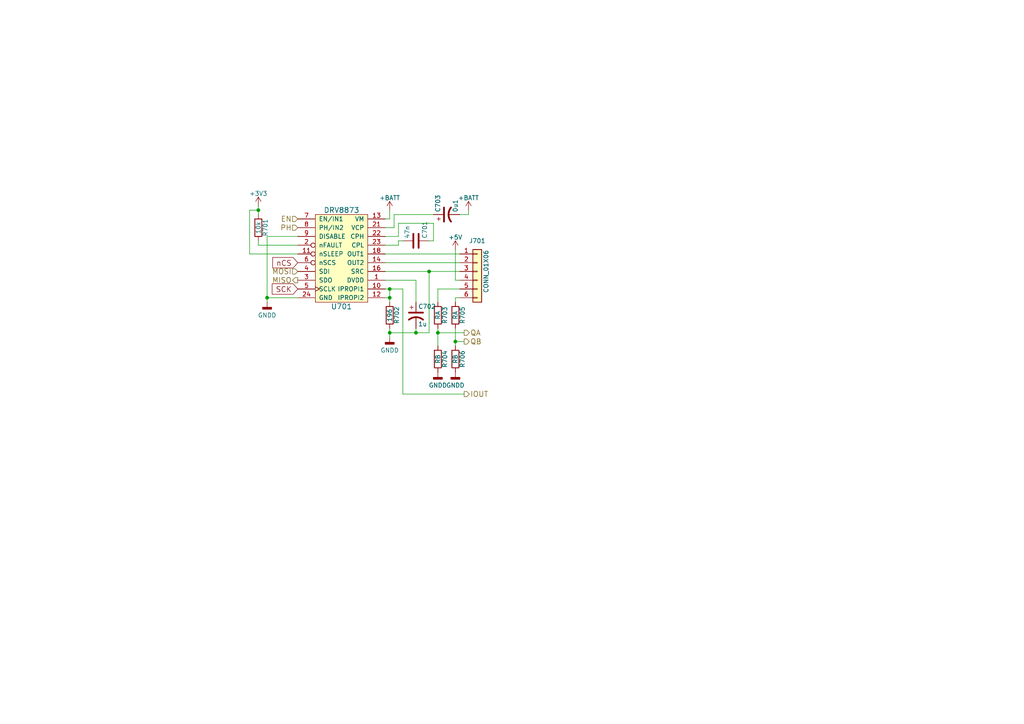
<source format=kicad_sch>
(kicad_sch (version 20211123) (generator eeschema)
  (paper "A4")
  (lib_symbols
    (symbol "Connector_Generic:Conn_01x06" (pin_names (offset 1.016) hide)
      (property "Reference" "J" (at 0 7.62 0))
      (property "Value" "Conn_01x06" (at 0 -10.16 0))
      (symbol "Conn_01x06_1_1"
        (rectangle (start -1.27 -7.493) (end 0 -7.747) (stroke (width 0.1524)))
        (rectangle (start -1.27 -4.953) (end 0 -5.207) (stroke (width 0.1524)))
        (rectangle (start -1.27 -2.413) (end 0 -2.667) (stroke (width 0.1524)))
        (rectangle (start -1.27 0.127) (end 0 -0.127) (stroke (width 0.1524)))
        (rectangle (start -1.27 2.667) (end 0 2.413) (stroke (width 0.1524)))
        (rectangle (start -1.27 5.207) (end 0 4.953) (stroke (width 0.1524)))
        (rectangle (start -1.27 6.35) (end 1.27 -8.89) (stroke (width 0.254)) (fill (type background)))
        (pin passive line (at -5.08 5.08 0) (length 3.81) (name "Pin_1") (number "1"))
        (pin passive line (at -5.08 2.54 0) (length 3.81) (name "Pin_2") (number "2"))
        (pin passive line (at -5.08 0 0) (length 3.81) (name "Pin_3") (number "3"))
        (pin passive line (at -5.08 -2.54 0) (length 3.81) (name "Pin_4") (number "4"))
        (pin passive line (at -5.08 -5.08 0) (length 3.81) (name "Pin_5") (number "5"))
        (pin passive line (at -5.08 -7.62 0) (length 3.81) (name "Pin_6") (number "6"))
      )
    )
    (symbol "Device:C" (pin_numbers hide) (pin_names (offset 0.254))
      (property "Reference" "C" (at 0.635 2.54 0))
      (property "Value" "C" (at 0.635 -2.54 0))
      (symbol "C_0_1"
        (polyline (pts (xy -2.032 -0.762) (xy 2.032 -0.762)) (stroke (width 0.508)))
        (polyline (pts (xy -2.032 0.762) (xy 2.032 0.762)) (stroke (width 0.508)))
      )
      (symbol "C_1_1"
        (pin passive line (at 0 3.81 270) (length 2.794) (name "~") (number "1"))
        (pin passive line (at 0 -3.81 90) (length 2.794) (name "~") (number "2"))
      )
    )
    (symbol "Device:C_Polarized_US" (pin_numbers hide) (pin_names (offset 0.254) hide)
      (property "Reference" "C" (at 0.635 2.54 0))
      (property "Value" "C_Polarized_US" (at 0.635 -2.54 0))
      (symbol "C_Polarized_US_0_1"
        (polyline (pts (xy -2.032 0.762) (xy 2.032 0.762)) (stroke (width 0.508)))
        (polyline (pts (xy -1.778 2.286) (xy -0.762 2.286)))
        (polyline (pts (xy -1.27 1.778) (xy -1.27 2.794)))
        (arc (start 2.032 -1.27) (mid 0 -0.5572) (end -2.032 -1.27) (stroke (width 0.508)))
      )
      (symbol "C_Polarized_US_1_1"
        (pin passive line (at 0 3.81 270) (length 2.794) (name "~") (number "1"))
        (pin passive line (at 0 -3.81 90) (length 3.302) (name "~") (number "2"))
      )
    )
    (symbol "Device:R" (pin_numbers hide) (pin_names (offset 0))
      (property "Reference" "R" (at 2.032 0 90))
      (property "Value" "R" (at 0 0 90))
      (symbol "R_0_1"
        (rectangle (start -1.016 -2.54) (end 1.016 2.54) (stroke (width 0.254)))
      )
      (symbol "R_1_1"
        (pin passive line (at 0 3.81 270) (length 1.27) (name "~") (number "1"))
        (pin passive line (at 0 -3.81 90) (length 1.27) (name "~") (number "2"))
      )
    )
    (symbol "custom:DRV8873" (pin_names (offset 1.016))
      (property "Reference" "U" (at 0 -15.24 0))
      (property "Value" "DRV8873" (at 0 12.7 0))
      (symbol "DRV8873_0_1"
        (rectangle (start 7.62 11.43) (end -7.62 -13.97) (fill (type background)))
      )
      (symbol "DRV8873_1_1"
        (pin power_out line (at 12.7 -7.62 180) (length 5.08) (name "DVDD") (number "1"))
        (pin output line (at 12.7 -10.16 180) (length 5.08) (name "IPROPI1") (number "10"))
        (pin input inverted (at -12.7 0 0) (length 5.08) (name "nSLEEP") (number "11"))
        (pin output line (at 12.7 -12.7 180) (length 5.08) (name "IPROPI2") (number "12"))
        (pin power_in line (at 12.7 10.16 180) (length 5.08) (name "VM") (number "13"))
        (pin output line (at 12.7 -2.54 180) (length 5.08) (name "OUT2") (number "14"))
        (pin passive line (at 12.7 -2.54 180) (length 5.08) hide (name "OUT2") (number "15"))
        (pin power_in line (at 12.7 -5.08 180) (length 5.08) (name "SRC") (number "16"))
        (pin passive line (at 12.7 -5.08 180) (length 5.08) hide (name "SRC") (number "17"))
        (pin output line (at 12.7 0 180) (length 5.08) (name "OUT1") (number "18"))
        (pin passive line (at 12.7 0 180) (length 5.08) hide (name "OUT1") (number "19"))
        (pin open_collector inverted (at -12.7 2.54 0) (length 5.08) (name "nFAULT") (number "2"))
        (pin passive line (at 12.7 10.16 180) (length 5.08) hide (name "VM") (number "20"))
        (pin power_out line (at 12.7 7.62 180) (length 5.08) (name "VCP") (number "21"))
        (pin power_out line (at 12.7 5.08 180) (length 5.08) (name "CPH") (number "22"))
        (pin power_out line (at 12.7 2.54 180) (length 5.08) (name "CPL") (number "23"))
        (pin power_in line (at -12.7 -12.7 0) (length 5.08) (name "GND") (number "24"))
        (pin passive line (at -12.7 -12.7 0) (length 5.08) hide (name "GND") (number "25"))
        (pin output line (at -12.7 -7.62 0) (length 5.08) (name "SDO") (number "3"))
        (pin input line (at -12.7 -5.08 0) (length 5.08) (name "SDI") (number "4"))
        (pin input clock (at -12.7 -10.16 0) (length 5.08) (name "SCLK") (number "5"))
        (pin input inverted (at -12.7 -2.54 0) (length 5.08) (name "nSCS") (number "6"))
        (pin input line (at -12.7 10.16 0) (length 5.08) (name "EN/IN1") (number "7"))
        (pin input line (at -12.7 7.62 0) (length 5.08) (name "PH/IN2") (number "8"))
        (pin input line (at -12.7 5.08 0) (length 5.08) (name "DISABLE") (number "9"))
      )
    )
    (symbol "power:+3V3" (power) (pin_names (offset 0))
      (property "Value" "+3V3" (at 0 3.556 0))
      (symbol "+3V3_0_1"
        (polyline (pts (xy -0.762 1.27) (xy 0 2.54)))
        (polyline (pts (xy 0 0) (xy 0 2.54)))
        (polyline (pts (xy 0 2.54) (xy 0.762 1.27)))
      )
      (symbol "+3V3_1_1"
        (pin power_in line (at 0 0 90) (length 0) hide (name "+3V3") (number "1"))
      )
    )
    (symbol "power:+5V" (power) (pin_names (offset 0))
      (property "Value" "+5V" (at 0 3.556 0))
      (symbol "+5V_0_1"
        (polyline (pts (xy -0.762 1.27) (xy 0 2.54)))
        (polyline (pts (xy 0 0) (xy 0 2.54)))
        (polyline (pts (xy 0 2.54) (xy 0.762 1.27)))
      )
      (symbol "+5V_1_1"
        (pin power_in line (at 0 0 90) (length 0) hide (name "+5V") (number "1"))
      )
    )
    (symbol "power:+BATT" (power) (pin_names (offset 0))
      (property "Value" "+BATT" (at 0 3.556 0))
      (symbol "+BATT_0_1"
        (polyline (pts (xy -0.762 1.27) (xy 0 2.54)))
        (polyline (pts (xy 0 0) (xy 0 2.54)))
        (polyline (pts (xy 0 2.54) (xy 0.762 1.27)))
      )
      (symbol "+BATT_1_1"
        (pin power_in line (at 0 0 90) (length 0) hide (name "+BATT") (number "1"))
      )
    )
    (symbol "power:GNDD" (power) (pin_names (offset 0))
      (property "Value" "GNDD" (at 0 -3.175 0))
      (symbol "GNDD_0_1"
        (rectangle (start -1.27 -1.524) (end 1.27 -2.032) (stroke (width 0.254)) (fill (type outline)))
        (polyline (pts (xy 0 0) (xy 0 -1.524)))
      )
      (symbol "GNDD_1_1"
        (pin power_in line (at 0 0 270) (length 0) hide (name "GNDD") (number "1"))
      )
    )
  )
  (junction (at 113.03 83.82))
  (junction (at 113.03 86.36))
  (junction (at 124.46 78.74))
  (junction (at 132.08 99.06))
  (junction (at 120.65 96.52))
  (junction (at 113.03 96.52))
  (junction (at 77.47 86.36))
  (junction (at 74.93 60.96))
  (junction (at 127 96.52))
  (wire (pts (xy 113.03 96.52) (xy 120.65 96.52)))
  (wire (pts (xy 113.03 96.52) (xy 113.03 97.79)))
  (wire (pts (xy 125.73 64.77) (xy 125.73 69.85)))
  (wire (pts (xy 111.76 68.58) (xy 115.57 68.58)))
  (wire (pts (xy 134.62 96.52) (xy 127 96.52)))
  (wire (pts (xy 111.76 63.5) (xy 113.03 63.5)))
  (wire (pts (xy 72.39 73.66) (xy 72.39 60.96)))
  (wire (pts (xy 111.76 83.82) (xy 113.03 83.82)))
  (wire (pts (xy 113.03 63.5) (xy 113.03 60.96)))
  (wire (pts (xy 111.76 86.36) (xy 113.03 86.36)))
  (wire (pts (xy 127 83.82) (xy 127 87.63)))
  (wire (pts (xy 120.65 96.52) (xy 124.46 96.52)))
  (wire (pts (xy 132.08 95.25) (xy 132.08 99.06)))
  (wire (pts (xy 115.57 71.12) (xy 115.57 69.85)))
  (wire (pts (xy 111.76 78.74) (xy 124.46 78.74)))
  (wire (pts (xy 77.47 68.58) (xy 77.47 86.36)))
  (wire (pts (xy 135.89 62.23) (xy 135.89 60.96)))
  (wire (pts (xy 127 96.52) (xy 127 100.33)))
  (wire (pts (xy 115.57 69.85) (xy 116.84 69.85)))
  (wire (pts (xy 115.57 68.58) (xy 115.57 64.77)))
  (wire (pts (xy 133.35 62.23) (xy 135.89 62.23)))
  (wire (pts (xy 114.3 62.23) (xy 125.73 62.23)))
  (wire (pts (xy 113.03 95.25) (xy 113.03 96.52)))
  (wire (pts (xy 134.62 114.3) (xy 116.84 114.3)))
  (wire (pts (xy 113.03 83.82) (xy 113.03 86.36)))
  (wire (pts (xy 86.36 86.36) (xy 77.47 86.36)))
  (wire (pts (xy 86.36 68.58) (xy 77.47 68.58)))
  (wire (pts (xy 132.08 72.39) (xy 132.08 81.28)))
  (wire (pts (xy 111.76 71.12) (xy 115.57 71.12)))
  (wire (pts (xy 132.08 81.28) (xy 133.35 81.28)))
  (wire (pts (xy 113.03 86.36) (xy 113.03 87.63)))
  (wire (pts (xy 111.76 81.28) (xy 120.65 81.28)))
  (wire (pts (xy 111.76 66.04) (xy 114.3 66.04)))
  (wire (pts (xy 114.3 66.04) (xy 114.3 62.23)))
  (wire (pts (xy 132.08 99.06) (xy 134.62 99.06)))
  (wire (pts (xy 86.36 73.66) (xy 72.39 73.66)))
  (wire (pts (xy 132.08 86.36) (xy 132.08 87.63)))
  (wire (pts (xy 74.93 59.69) (xy 74.93 60.96)))
  (wire (pts (xy 132.08 99.06) (xy 132.08 100.33)))
  (wire (pts (xy 124.46 78.74) (xy 133.35 78.74)))
  (wire (pts (xy 77.47 86.36) (xy 77.47 87.63)))
  (wire (pts (xy 120.65 81.28) (xy 120.65 87.63)))
  (wire (pts (xy 86.36 71.12) (xy 74.93 71.12)))
  (wire (pts (xy 133.35 86.36) (xy 132.08 86.36)))
  (wire (pts (xy 120.65 95.25) (xy 120.65 96.52)))
  (wire (pts (xy 111.76 76.2) (xy 133.35 76.2)))
  (wire (pts (xy 74.93 60.96) (xy 74.93 62.23)))
  (wire (pts (xy 113.03 83.82) (xy 116.84 83.82)))
  (wire (pts (xy 72.39 60.96) (xy 74.93 60.96)))
  (wire (pts (xy 124.46 96.52) (xy 124.46 78.74)))
  (wire (pts (xy 125.73 69.85) (xy 124.46 69.85)))
  (wire (pts (xy 127 95.25) (xy 127 96.52)))
  (wire (pts (xy 133.35 73.66) (xy 111.76 73.66)))
  (wire (pts (xy 74.93 71.12) (xy 74.93 69.85)))
  (wire (pts (xy 133.35 83.82) (xy 127 83.82)))
  (wire (pts (xy 116.84 114.3) (xy 116.84 83.82)))
  (wire (pts (xy 115.57 64.77) (xy 125.73 64.77)))
  (global_label "nCS" (shape input) (at 86.36 76.2 180) (effects (font (size 1.524 1.524))) (property "Intersheet References" "${INTERSHEET_REFS}" (effects hide)))
  (global_label "SCK" (shape input) (at 86.36 83.82 180) (effects (font (size 1.524 1.524))) (property "Intersheet References" "${INTERSHEET_REFS}" (effects hide)))
  (hierarchical_label "EN" (shape input) (at 86.36 63.5 180) (effects (font (size 1.524 1.524))))
  (hierarchical_label "IOUT" (shape output) (at 134.62 114.3 0) (effects (font (size 1.524 1.524))))
  (hierarchical_label "QA" (shape output) (at 134.62 96.52 0) (effects (font (size 1.524 1.524))))
  (hierarchical_label "MOSI" (shape input) (at 86.36 78.74 180) (effects (font (size 1.524 1.524))))
  (hierarchical_label "QB" (shape output) (at 134.62 99.06 0) (effects (font (size 1.524 1.524))))
  (hierarchical_label "MISO" (shape output) (at 86.36 81.28 180) (effects (font (size 1.524 1.524))))
  (hierarchical_label "PH" (shape input) (at 86.36 66.04 180) (effects (font (size 1.524 1.524))))
  (symbol (lib_id "Connector_Generic:Conn_01x06") (at 138.43 78.74 0) (unit 1)
    (property "Reference" "J701" (at 138.43 69.85 0))
    (property "Value" "CONN_01X06" (at 140.97 78.74 90))
    (property "Footprint" "Connector_PinHeader_2.54mm:PinHeader_1x06_P2.54mm_Vertical" (effects hide))
  )
  (symbol (lib_id "Device:R") (at 132.08 91.44 0) (unit 1)
    (property "Reference" "R705" (at 134.112 91.44 90))
    (property "Value" "RA" (at 132.08 91.44 90))
    (property "Footprint" "Resistor_SMD:R_0603_1608Metric" (effects hide))
  )
  (symbol (lib_id "Device:R") (at 127 91.44 0) (unit 1)
    (property "Reference" "R703" (at 129.032 91.44 90))
    (property "Value" "RA" (at 127 91.44 90))
    (property "Footprint" "Resistor_SMD:R_0603_1608Metric" (effects hide))
  )
  (symbol (lib_id "Device:R") (at 132.08 104.14 0) (unit 1)
    (property "Reference" "R706" (at 134.112 104.14 90))
    (property "Value" "RB" (at 132.08 104.14 90))
    (property "Footprint" "Resistor_SMD:R_0603_1608Metric" (effects hide))
  )
  (symbol (lib_id "Device:R") (at 127 104.14 0) (unit 1)
    (property "Reference" "R704" (at 129.032 104.14 90))
    (property "Value" "RB" (at 127 104.14 90))
    (property "Footprint" "Resistor_SMD:R_0603_1608Metric" (effects hide))
  )
  (symbol (lib_id "power:GNDD") (at 132.08 107.95 0) (unit 1)
    (property "Reference" "#PWR0707" (effects hide))
    (property "Value" "GNDD" (at 132.08 111.76 0))
  )
  (symbol (lib_id "power:GNDD") (at 127 107.95 0) (unit 1)
    (property "Reference" "#PWR0705" (effects hide))
    (property "Value" "GNDD" (at 127 111.76 0))
  )
  (symbol (lib_id "power:+5V") (at 132.08 72.39 0) (unit 1)
    (property "Reference" "#PWR0706" (effects hide))
    (property "Value" "+5V" (at 132.08 68.834 0))
  )
  (symbol (lib_id "power:GNDD") (at 113.03 97.79 0) (unit 1)
    (property "Reference" "#PWR0704" (effects hide))
    (property "Value" "GNDD" (at 113.03 101.6 0))
  )
  (symbol (lib_id "Device:C") (at 120.65 69.85 270) (mirror x) (unit 1)
    (property "Reference" "C701" (at 123.19 69.215 0) (effects (justify left)))
    (property "Value" "47n" (at 118.11 69.215 0) (effects (justify left)))
    (property "Footprint" "Capacitor_SMD:C_0603_1608Metric" (effects hide))
  )
  (symbol (lib_id "Device:C_Polarized_US") (at 129.54 62.23 90) (unit 1)
    (property "Reference" "C703" (at 127 61.595 0) (effects (justify left)))
    (property "Value" "0u1" (at 132.08 61.595 0) (effects (justify left)))
    (property "Footprint" "Capacitor_SMD:C_0603_1608Metric" (effects hide))
  )
  (symbol (lib_id "Device:C_Polarized_US") (at 120.65 91.44 0) (unit 1)
    (property "Reference" "C702" (at 121.285 88.9 0) (effects (justify left)))
    (property "Value" "1u" (at 121.285 93.98 0) (effects (justify left)))
    (property "Footprint" "Capacitor_SMD:C_0603_1608Metric" (effects hide))
  )
  (symbol (lib_id "Device:R") (at 74.93 66.04 0) (unit 1)
    (property "Reference" "R701" (at 76.962 66.04 90))
    (property "Value" "10k" (at 74.93 66.04 90))
    (property "Footprint" "Resistor_SMD:R_0603_1608Metric" (effects hide))
  )
  (symbol (lib_id "power:+3V3") (at 74.93 59.69 0) (unit 1)
    (property "Reference" "#PWR0701" (effects hide))
    (property "Value" "+3V3" (at 74.93 56.134 0))
  )
  (symbol (lib_id "power:GNDD") (at 77.47 87.63 0) (unit 1)
    (property "Reference" "#PWR0702" (effects hide))
    (property "Value" "GNDD" (at 77.47 91.44 0))
  )
  (symbol (lib_id "power:+BATT") (at 113.03 60.96 0) (unit 1)
    (property "Reference" "#PWR0703" (effects hide))
    (property "Value" "+BATT" (at 113.03 57.404 0))
  )
  (symbol (lib_id "power:+BATT") (at 135.89 60.96 0) (unit 1)
    (property "Reference" "#PWR0708" (effects hide))
    (property "Value" "+BATT" (at 135.89 57.404 0))
  )
  (symbol (lib_id "custom:DRV8873") (at 99.06 73.66 0) (unit 1)
    (property "Reference" "U701" (at 99.06 88.9 0) (effects (font (size 1.524 1.524))))
    (property "Value" "DRV8873" (at 99.06 60.96 0) (effects (font (size 1.524 1.524))))
    (property "Footprint" "Custom:PWP-HTSSOP-24" (effects hide))
  )
  (symbol (lib_id "Device:R") (at 113.03 91.44 0) (unit 1)
    (property "Reference" "R702" (at 115.062 91.44 90))
    (property "Value" "196" (at 113.03 91.44 90))
    (property "Footprint" "Resistor_SMD:R_0603_1608Metric" (effects hide))
  )
)
</source>
